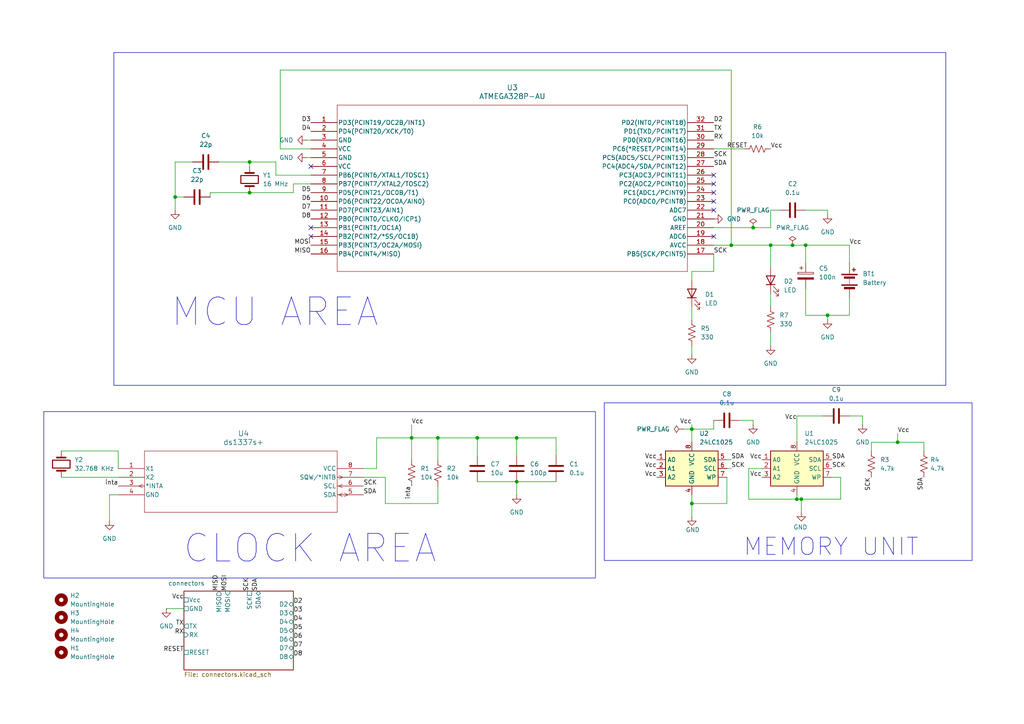
<source format=kicad_sch>
(kicad_sch (version 20231120) (generator "eeschema") (generator_version "8.0")
  (paper "A4")
  (title_block (title "MCU datalogger and clock") (date "2025-08-21") (company "sadık bal"))
  (lib_symbols
    (symbol "Atmega328p-au(MCU):ATMEGA328P-AU" (pin_names (offset 0.254))
      (property "Reference" "U3" (at 58.42 10.16 0))
      (property "Value" "ATMEGA328P-AU" (at 58.42 7.62 0))
      (symbol "ATMEGA328P-AU_0_1"
        (polyline (pts (xy 7.62 -43.18) (xy 109.22 -43.18)) (stroke (width 0.127)))
        (polyline (pts (xy 7.62 5.08) (xy 7.62 -43.18)) (stroke (width 0.127)))
        (polyline (pts (xy 109.22 -43.18) (xy 109.22 5.08)) (stroke (width 0.127)))
        (polyline (pts (xy 109.22 5.08) (xy 7.62 5.08)) (stroke (width 0.127)))
        (pin bidirectional line (at 0 0 0) (length 7.62) (name "PD3(PCINT19/OC2B/INT1)") (number "1"))
        (pin bidirectional line (at 0 -22.86 0) (length 7.62) (name "PD6(PCINT22/OC0A/AIN0)") (number "10"))
        (pin input line (at 0 -25.4 0) (length 7.62) (name "PD7(PCINT23/AIN1)") (number "11"))
        (pin bidirectional line (at 0 -27.94 0) (length 7.62) (name "PB0(PCINT0/CLKO/ICP1)") (number "12"))
        (pin bidirectional line (at 0 -30.48 0) (length 7.62) (name "PB1(PCINT1/OC1A)") (number "13"))
        (pin bidirectional line (at 0 -33.02 0) (length 7.62) (name "PB2(PCINT2/*SS/OC1B)") (number "14"))
        (pin bidirectional line (at 0 -35.56 0) (length 7.62) (name "PB3(PCINT3/OC2A/MOSI)") (number "15"))
        (pin bidirectional line (at 0 -38.1 0) (length 7.62) (name "PB4(PCINT4/MISO)") (number "16"))
        (pin bidirectional line (at 116.84 -38.1 180) (length 7.62) (name "PB5(SCK/PCINT5)") (number "17"))
        (pin power_in line (at 116.84 -35.56 180) (length 7.62) (name "AVCC") (number "18"))
        (pin unspecified line (at 116.84 -33.02 180) (length 7.62) (name "ADC6") (number "19"))
        (pin bidirectional line (at 0 -2.54 0) (length 7.62) (name "PD4(PCINT20/XCK/T0)") (number "2"))
        (pin power_in line (at 116.84 -30.48 180) (length 7.62) (name "AREF") (number "20"))
        (pin unspecified line (at 116.84 -25.4 180) (length 7.62) (name "ADC7") (number "22"))
        (pin bidirectional line (at 116.84 -22.86 180) (length 7.62) (name "PC0(ADC0/PCINT8)") (number "23"))
        (pin bidirectional line (at 116.84 -20.32 180) (length 7.62) (name "PC1(ADC1/PCINT9)") (number "24"))
        (pin bidirectional line (at 116.84 -17.78 180) (length 7.62) (name "PC2(ADC2/PCINT10)") (number "25"))
        (pin bidirectional line (at 116.84 -15.24 180) (length 7.62) (name "PC3(ADC3/PCINT11)") (number "26"))
        (pin bidirectional line (at 116.84 -12.7 180) (length 7.62) (name "PC4(ADC4/SDA/PCINT12)") (number "27"))
        (pin bidirectional line (at 116.84 -10.16 180) (length 7.62) (name "PC5(ADC5/SCL/PCINT13)") (number "28"))
        (pin bidirectional line (at 116.84 -7.62 180) (length 7.62) (name "PC6(*RESET/PCINT14)") (number "29"))
        (pin bidirectional line (at 116.84 -5.08 180) (length 7.62) (name "PD0(RXD/PCINT16)") (number "30"))
        (pin bidirectional line (at 116.84 -2.54 180) (length 7.62) (name "PD1(TXD/PCINT17)") (number "31"))
        (pin bidirectional line (at 116.84 0 180) (length 7.62) (name "PD2(INT0/PCINT18)") (number "32"))
        (pin power_in line (at 0 -7.62 0) (length 7.62) (name "VCC") (number "4"))
        (pin power_in line (at 0 -12.7 0) (length 7.62) (name "VCC") (number "6"))
        (pin bidirectional line (at 0 -15.24 0) (length 7.62) (name "PB6(PCINT6/XTAL1/TOSC1)") (number "7"))
        (pin bidirectional line (at 0 -17.78 0) (length 7.62) (name "PB7(PCINT7/XTAL2/TOSC2)") (number "8"))
        (pin bidirectional line (at 0 -20.32 0) (length 7.62) (name "PD5(PCINT21/OC0B/T1)") (number "9"))
      )
      (symbol "ATMEGA328P-AU_1_1"
        (pin passive line (at 116.84 -27.94 180) (length 7.62) (name "GND") (number "21"))
        (pin passive line (at 0 -5.08 0) (length 7.62) (name "GND") (number "3"))
        (pin passive line (at 0 -10.16 0) (length 7.62) (name "GND") (number "5"))
      )
    )
    (symbol "Device:Battery" (pin_numbers hide) (pin_names (offset 0) hide)
      (property "Reference" "BT" (at 2.54 2.54 0))
      (property "Value" "Battery" (at 2.54 0 0))
      (symbol "Battery_0_1"
        (rectangle (start -2.286 -1.27) (end 2.286 -1.524) (fill (type outline)))
        (rectangle (start -2.286 1.778) (end 2.286 1.524) (fill (type outline)))
        (rectangle (start -1.524 -2.032) (end 1.524 -2.54) (fill (type outline)))
        (rectangle (start -1.524 1.016) (end 1.524 0.508) (fill (type outline)))
        (polyline (pts (xy 0 -1.016) (xy 0 -0.762)))
        (polyline (pts (xy 0 -0.508) (xy 0 -0.254)))
        (polyline (pts (xy 0 0) (xy 0 0.254)))
        (polyline (pts (xy 0 1.778) (xy 0 2.54)))
        (polyline (pts (xy 0.762 3.048) (xy 1.778 3.048)) (stroke (width 0.254)))
        (polyline (pts (xy 1.27 3.556) (xy 1.27 2.54)) (stroke (width 0.254)))
      )
      (symbol "Battery_1_1"
        (pin passive line (at 0 5.08 270) (length 2.54) (name "+") (number "1"))
        (pin passive line (at 0 -5.08 90) (length 2.54) (name "-") (number "2"))
      )
    )
    (symbol "Device:C" (pin_numbers hide) (pin_names (offset 0.254))
      (property "Reference" "C" (at 0.635 2.54 0))
      (property "Value" "C" (at 0.635 -2.54 0))
      (symbol "C_0_1"
        (polyline (pts (xy -2.032 -0.762) (xy 2.032 -0.762)) (stroke (width 0.508)))
        (polyline (pts (xy -2.032 0.762) (xy 2.032 0.762)) (stroke (width 0.508)))
      )
      (symbol "C_1_1"
        (pin passive line (at 0 3.81 270) (length 2.794) (name "~") (number "1"))
        (pin passive line (at 0 -3.81 90) (length 2.794) (name "~") (number "2"))
      )
    )
    (symbol "Device:C_Polarized" (pin_numbers hide) (pin_names (offset 0.254))
      (property "Reference" "C" (at 0.635 2.54 0))
      (property "Value" "C_Polarized" (at 0.635 -2.54 0))
      (symbol "C_Polarized_0_1"
        (rectangle (start -2.286 0.508) (end 2.286 1.016))
        (polyline (pts (xy -1.778 2.286) (xy -0.762 2.286)))
        (polyline (pts (xy -1.27 2.794) (xy -1.27 1.778)))
        (rectangle (start 2.286 -0.508) (end -2.286 -1.016) (fill (type outline)))
      )
      (symbol "C_Polarized_1_1"
        (pin passive line (at 0 3.81 270) (length 2.794) (name "~") (number "1"))
        (pin passive line (at 0 -3.81 90) (length 2.794) (name "~") (number "2"))
      )
    )
    (symbol "Device:Crystal" (pin_numbers hide) (pin_names (offset 1.016) hide)
      (property "Reference" "Y" (at 0 3.81 0))
      (property "Value" "Crystal" (at 0 -3.81 0))
      (symbol "Crystal_0_1"
        (rectangle (start -1.143 2.54) (end 1.143 -2.54) (stroke (width 0.3048)))
        (polyline (pts (xy -2.54 0) (xy -1.905 0)))
        (polyline (pts (xy -1.905 -1.27) (xy -1.905 1.27)) (stroke (width 0.508)))
        (polyline (pts (xy 1.905 -1.27) (xy 1.905 1.27)) (stroke (width 0.508)))
        (polyline (pts (xy 2.54 0) (xy 1.905 0)))
      )
      (symbol "Crystal_1_1"
        (pin passive line (at -3.81 0 0) (length 1.27) (name "1") (number "1"))
        (pin passive line (at 3.81 0 180) (length 1.27) (name "2") (number "2"))
      )
    )
    (symbol "Device:LED" (pin_numbers hide) (pin_names (offset 1.016) hide)
      (property "Reference" "D" (at 0 2.54 0))
      (property "Value" "LED" (at 0 -2.54 0))
      (symbol "LED_0_1"
        (polyline (pts (xy -1.27 -1.27) (xy -1.27 1.27)) (stroke (width 0.254)))
        (polyline (pts (xy -1.27 0) (xy 1.27 0)))
        (polyline (pts (xy 1.27 -1.27) (xy 1.27 1.27) (xy -1.27 0) (xy 1.27 -1.27)) (stroke (width 0.254)))
        (polyline (pts (xy -3.048 -0.762) (xy -4.572 -2.286) (xy -3.81 -2.286) (xy -4.572 -2.286) (xy -4.572 -1.524)))
        (polyline (pts (xy -1.778 -0.762) (xy -3.302 -2.286) (xy -2.54 -2.286) (xy -3.302 -2.286) (xy -3.302 -1.524)))
      )
      (symbol "LED_1_1"
        (pin passive line (at -3.81 0 0) (length 2.54) (name "K") (number "1"))
        (pin passive line (at 3.81 0 180) (length 2.54) (name "A") (number "2"))
      )
    )
    (symbol "Device:R_US" (pin_numbers hide) (pin_names (offset 0))
      (property "Reference" "R" (at 2.54 0 90))
      (property "Value" "R_US" (at -2.54 0 90))
      (symbol "R_US_0_1"
        (polyline (pts (xy 0 -2.286) (xy 0 -2.54)))
        (polyline (pts (xy 0 2.286) (xy 0 2.54)))
        (polyline (pts (xy 0 -0.762) (xy 1.016 -1.143) (xy 0 -1.524) (xy -1.016 -1.905) (xy 0 -2.286)))
        (polyline (pts (xy 0 0.762) (xy 1.016 0.381) (xy 0 0) (xy -1.016 -0.381) (xy 0 -0.762)))
        (polyline (pts (xy 0 2.286) (xy 1.016 1.905) (xy 0 1.524) (xy -1.016 1.143) (xy 0 0.762)))
      )
      (symbol "R_US_1_1"
        (pin passive line (at 0 3.81 270) (length 1.27) (name "~") (number "1"))
        (pin passive line (at 0 -3.81 90) (length 1.27) (name "~") (number "2"))
      )
    )
    (symbol "Mechanical:MountingHole" (pin_names (offset 1.016)) (exclude_from_sim yes) (in_bom no)
      (property "Reference" "H" (at 0 5.08 0))
      (property "Value" "MountingHole" (at 0 3.175 0))
      (symbol "MountingHole_0_1"
        (circle (center 0 0) (radius 1.27) (stroke (width 1.27)))
      )
    )
    (symbol "Memory_EEPROM:24LC1025"
      (property "Reference" "U" (at -6.35 6.35 0))
      (property "Value" "24LC1025" (at 1.27 6.35 0))
      (symbol "24LC1025_1_1"
        (rectangle (start -7.62 5.08) (end 7.62 -5.08) (stroke (width 0.254)) (fill (type background)))
        (pin input line (at -10.16 2.54 0) (length 2.54) (name "A0") (number "1"))
        (pin input line (at -10.16 0 0) (length 2.54) (name "A1") (number "2"))
        (pin input line (at -10.16 -2.54 0) (length 2.54) (name "A2") (number "3"))
        (pin power_in line (at 0 -7.62 90) (length 2.54) (name "GND") (number "4"))
        (pin bidirectional line (at 10.16 2.54 180) (length 2.54) (name "SDA") (number "5"))
        (pin input line (at 10.16 0 180) (length 2.54) (name "SCL") (number "6"))
        (pin input line (at 10.16 -2.54 180) (length 2.54) (name "WP") (number "7"))
        (pin power_in line (at 0 7.62 270) (length 2.54) (name "VCC") (number "8"))
      )
    )
    (symbol "ds1337s(clock):ds1337s+" (pin_names (offset 0.254))
      (property "Reference" "U4" (at 36.341 10.16 0))
      (property "Value" "ds1337s+" (at 36.341 7.62 0))
      (symbol "ds1337s+_0_1"
        (polyline (pts (xy 7.0993 -5.6007) (xy 6.0579 -5.08)) (stroke (width 0.127)))
        (polyline (pts (xy 7.0993 -4.5593) (xy 6.0579 -5.08)) (stroke (width 0.127)))
        (polyline (pts (xy 7.62 -12.7) (xy 63.5 -12.7)) (stroke (width 0.127)))
        (polyline (pts (xy 7.62 5.08) (xy 7.62 -12.7)) (stroke (width 0.127)))
        (polyline (pts (xy 63.5 -12.7) (xy 63.5 5.08)) (stroke (width 0.127)))
        (polyline (pts (xy 63.5 5.08) (xy 7.62 5.08)) (stroke (width 0.127)))
        (polyline (pts (xy 64.0207 -7.62) (xy 65.0621 -8.1407)) (stroke (width 0.127)))
        (polyline (pts (xy 64.0207 -7.62) (xy 65.0621 -7.0993)) (stroke (width 0.127)))
        (polyline (pts (xy 64.0207 -5.08) (xy 65.0621 -5.6007)) (stroke (width 0.127)))
        (polyline (pts (xy 64.0207 -5.08) (xy 65.0621 -4.5593)) (stroke (width 0.127)))
        (polyline (pts (xy 64.0207 -3.0607) (xy 65.0621 -2.54)) (stroke (width 0.127)))
        (polyline (pts (xy 64.0207 -2.0193) (xy 65.0621 -2.54)) (stroke (width 0.127)))
        (polyline (pts (xy 65.5828 -8.1407) (xy 66.6242 -7.62)) (stroke (width 0.127)))
        (polyline (pts (xy 65.5828 -7.0993) (xy 66.6242 -7.62)) (stroke (width 0.127)))
        (pin unspecified line (at 0 0 0) (length 7.62) (name "X1") (number "1"))
        (pin unspecified line (at 0 -2.54 0) (length 7.62) (name "X2") (number "2"))
        (pin output line (at 0 -5.08 0) (length 7.62) (name "*INTA") (number "3"))
        (pin bidirectional line (at 71.12 -7.62 180) (length 7.62) (name "SDA") (number "5"))
        (pin input line (at 71.12 -5.08 180) (length 7.62) (name "SCL") (number "6"))
        (pin output line (at 71.12 -2.54 180) (length 7.62) (name "SQW/*INTB") (number "7"))
        (pin power_in line (at 71.12 0 180) (length 7.62) (name "VCC") (number "8"))
      )
      (symbol "ds1337s+_1_1"
        (pin passive line (at 0 -7.62 0) (length 7.62) (name "GND") (number "4"))
      )
    )
    (symbol "power:GND" (power) (pin_numbers hide) (pin_names (offset 0) hide)
      (property "Value" "GND" (at 0 -3.81 0))
      (symbol "GND_0_1"
        (polyline (pts (xy 0 0) (xy 0 -1.27) (xy 1.27 -1.27) (xy 0 -2.54) (xy -1.27 -1.27) (xy 0 -1.27)))
      )
      (symbol "GND_1_1"
        (pin power_in line (at 0 0 270) (length 0) (name "~") (number "1"))
      )
    )
    (symbol "power:PWR_FLAG" (power) (pin_numbers hide) (pin_names (offset 0) hide)
      (property "Value" "PWR_FLAG" (at 0 3.81 0))
      (symbol "PWR_FLAG_0_0"
        (pin power_out line (at 0 0 90) (length 0) (name "~") (number "1"))
      )
      (symbol "PWR_FLAG_0_1"
        (polyline (pts (xy 0 0) (xy 0 1.27) (xy -1.016 1.905) (xy 0 2.54) (xy 1.016 1.905) (xy 0 1.27)))
      )
    )
  )
  (junction (at 233.68 71.12))
  (junction (at 223.52 71.12))
  (junction (at 240.03 91.44))
  (junction (at 138.43 127))
  (junction (at 229.87 71.12))
  (junction (at 149.86 139.7))
  (junction (at 149.86 127))
  (junction (at 212.09 71.12))
  (junction (at 231.14 144.78))
  (junction (at 218.44 66.04))
  (junction (at 127 127))
  (junction (at 50.8 57.15))
  (junction (at 72.39 55.88))
  (junction (at 200.66 146.05))
  (junction (at 200.66 124.46))
  (junction (at 260.35 128.27))
  (junction (at 119.38 127))
  (junction (at 232.41 144.78))
  (junction (at 72.39 46.99))
  (no_connect (at 207.01 50.8))
  (no_connect (at 207.01 58.42))
  (no_connect (at 207.01 68.58))
  (no_connect (at 207.01 60.96))
  (no_connect (at 90.17 66.04))
  (no_connect (at 90.17 68.58))
  (no_connect (at 207.01 53.34))
  (no_connect (at 207.01 55.88))
  (no_connect (at 90.17 48.26))
  (wire (pts (xy 90.17 50.8) (xy 80.01 50.8)))
  (wire (pts (xy 220.98 135.89) (xy 217.17 135.89)))
  (wire (pts (xy 233.68 71.12) (xy 246.38 71.12)))
  (wire (pts (xy 50.8 57.15) (xy 53.34 57.15)))
  (wire (pts (xy 200.66 143.51) (xy 200.66 146.05)))
  (wire (pts (xy 207.01 78.74) (xy 200.66 78.74)))
  (wire (pts (xy 233.68 91.44) (xy 240.03 91.44)))
  (wire (pts (xy 81.28 43.18) (xy 81.28 20.32)))
  (wire (pts (xy 241.3 138.43) (xy 243.84 138.43)))
  (wire (pts (xy 55.88 46.99) (xy 50.8 46.99)))
  (wire (pts (xy 90.17 53.34) (xy 85.09 53.34)))
  (wire (pts (xy 217.17 144.78) (xy 231.14 144.78)))
  (wire (pts (xy 149.86 139.7) (xy 149.86 143.51)))
  (wire (pts (xy 218.44 121.92) (xy 218.44 123.19)))
  (wire (pts (xy 48.26 176.53) (xy 53.34 176.53)))
  (wire (pts (xy 127 127) (xy 138.43 127)))
  (wire (pts (xy 200.66 78.74) (xy 200.66 81.28)))
  (wire (pts (xy 63.5 46.99) (xy 72.39 46.99)))
  (wire (pts (xy 240.03 60.96) (xy 240.03 62.23)))
  (wire (pts (xy 31.75 143.51) (xy 34.29 143.51)))
  (wire (pts (xy 88.9 40.64) (xy 90.17 40.64)))
  (wire (pts (xy 72.39 55.88) (xy 85.09 55.88)))
  (wire (pts (xy 72.39 55.88) (xy 60.96 55.88)))
  (wire (pts (xy 207.01 124.46) (xy 207.01 121.92)))
  (wire (pts (xy 149.86 132.08) (xy 149.86 127)))
  (wire (pts (xy 223.52 96.52) (xy 223.52 100.33)))
  (wire (pts (xy 207.01 66.04) (xy 218.44 66.04)))
  (wire (pts (xy 105.41 135.89) (xy 109.22 135.89)))
  (wire (pts (xy 149.86 127) (xy 138.43 127)))
  (wire (pts (xy 50.8 57.15) (xy 50.8 60.96)))
  (wire (pts (xy 90.17 43.18) (xy 81.28 43.18)))
  (wire (pts (xy 243.84 144.78) (xy 232.41 144.78)))
  (wire (pts (xy 119.38 127) (xy 119.38 133.35)))
  (wire (pts (xy 214.63 121.92) (xy 218.44 121.92)))
  (wire (pts (xy 50.8 46.99) (xy 50.8 57.15)))
  (wire (pts (xy 223.52 85.09) (xy 223.52 88.9)))
  (wire (pts (xy 127 146.05) (xy 111.76 146.05)))
  (wire (pts (xy 223.52 71.12) (xy 229.87 71.12)))
  (wire (pts (xy 267.97 128.27) (xy 267.97 130.81)))
  (wire (pts (xy 111.76 138.43) (xy 105.41 138.43)))
  (wire (pts (xy 260.35 125.73) (xy 260.35 128.27)))
  (wire (pts (xy 223.52 66.04) (xy 223.52 60.96)))
  (wire (pts (xy 127 127) (xy 127 133.35)))
  (wire (pts (xy 109.22 127) (xy 119.38 127)))
  (wire (pts (xy 218.44 66.04) (xy 223.52 66.04)))
  (wire (pts (xy 161.29 127) (xy 149.86 127)))
  (wire (pts (xy 34.29 135.89) (xy 34.29 130.81)))
  (wire (pts (xy 85.09 53.34) (xy 85.09 55.88)))
  (wire (pts (xy 252.73 128.27) (xy 260.35 128.27)))
  (wire (pts (xy 223.52 71.12) (xy 223.52 77.47)))
  (wire (pts (xy 149.86 139.7) (xy 161.29 139.7)))
  (wire (pts (xy 200.66 124.46) (xy 200.66 128.27)))
  (wire (pts (xy 231.14 120.65) (xy 231.14 128.27)))
  (wire (pts (xy 198.12 124.46) (xy 200.66 124.46)))
  (wire (pts (xy 246.38 86.36) (xy 246.38 91.44)))
  (wire (pts (xy 223.52 60.96) (xy 226.06 60.96)))
  (wire (pts (xy 232.41 144.78) (xy 231.14 144.78)))
  (wire (pts (xy 233.68 60.96) (xy 240.03 60.96)))
  (wire (pts (xy 72.39 46.99) (xy 72.39 48.26)))
  (wire (pts (xy 210.82 135.89) (xy 212.09 135.89)))
  (wire (pts (xy 207.01 43.18) (xy 215.9 43.18)))
  (wire (pts (xy 88.9 45.72) (xy 90.17 45.72)))
  (wire (pts (xy 60.96 55.88) (xy 60.96 57.15)))
  (wire (pts (xy 200.66 100.33) (xy 200.66 102.87)))
  (wire (pts (xy 229.87 71.12) (xy 233.68 71.12)))
  (wire (pts (xy 34.29 130.81) (xy 17.78 130.81)))
  (wire (pts (xy 246.38 91.44) (xy 240.03 91.44)))
  (wire (pts (xy 200.66 123.19) (xy 200.66 124.46)))
  (wire (pts (xy 138.43 127) (xy 138.43 132.08)))
  (wire (pts (xy 200.66 124.46) (xy 207.01 124.46)))
  (wire (pts (xy 80.01 46.99) (xy 72.39 46.99)))
  (wire (pts (xy 252.73 128.27) (xy 252.73 130.81)))
  (wire (pts (xy 31.75 151.13) (xy 31.75 143.51)))
  (wire (pts (xy 238.76 120.65) (xy 231.14 120.65)))
  (wire (pts (xy 80.01 50.8) (xy 80.01 46.99)))
  (wire (pts (xy 200.66 88.9) (xy 200.66 92.71)))
  (wire (pts (xy 250.19 123.19) (xy 250.19 120.65)))
  (wire (pts (xy 246.38 71.12) (xy 246.38 76.2)))
  (wire (pts (xy 161.29 132.08) (xy 161.29 127)))
  (wire (pts (xy 243.84 138.43) (xy 243.84 144.78)))
  (wire (pts (xy 119.38 123.19) (xy 119.38 127)))
  (wire (pts (xy 217.17 135.89) (xy 217.17 144.78)))
  (wire (pts (xy 212.09 71.12) (xy 223.52 71.12)))
  (wire (pts (xy 233.68 83.82) (xy 233.68 91.44)))
  (wire (pts (xy 207.01 73.66) (xy 207.01 78.74)))
  (wire (pts (xy 240.03 92.71) (xy 240.03 91.44)))
  (wire (pts (xy 119.38 127) (xy 127 127)))
  (wire (pts (xy 210.82 133.35) (xy 212.09 133.35)))
  (wire (pts (xy 212.09 20.32) (xy 212.09 71.12)))
  (wire (pts (xy 109.22 135.89) (xy 109.22 127)))
  (wire (pts (xy 231.14 143.51) (xy 231.14 144.78)))
  (wire (pts (xy 232.41 148.59) (xy 232.41 144.78)))
  (wire (pts (xy 250.19 120.65) (xy 246.38 120.65)))
  (wire (pts (xy 200.66 149.86) (xy 200.66 146.05)))
  (wire (pts (xy 233.68 71.12) (xy 233.68 76.2)))
  (wire (pts (xy 138.43 139.7) (xy 149.86 139.7)))
  (wire (pts (xy 210.82 146.05) (xy 200.66 146.05)))
  (wire (pts (xy 260.35 128.27) (xy 267.97 128.27)))
  (wire (pts (xy 207.01 71.12) (xy 212.09 71.12)))
  (wire (pts (xy 127 140.97) (xy 127 146.05)))
  (wire (pts (xy 81.28 20.32) (xy 212.09 20.32)))
  (wire (pts (xy 111.76 146.05) (xy 111.76 138.43)))
  (wire (pts (xy 210.82 138.43) (xy 210.82 146.05)))
  (wire (pts (xy 17.78 138.43) (xy 34.29 138.43)))
  (rectangle (start 175.26 116.84) (end 281.94 162.56))
  (rectangle (start 33.02 15.24) (end 274.32 111.76))
  (rectangle (start 12.7 119.38) (end 172.72 167.64))
  (text "MCU AREA" (at 79.756 90.678 0) (effects (font (size 8 8))))
  (text "MEMORY UNIT" (at 241.046 158.75 0) (effects (font (size 5 5))))
  (text "CLOCK AREA" (at 89.916 159.258 0) (effects (font (size 8 8))))
  (label "MOSI" (at 66.04 171.45 90))
  (label "D5" (at 90.17 55.88 180))
  (label "TX" (at 53.34 181.61 180))
  (label "D3" (at 90.17 35.56 180))
  (label "MOSI" (at 90.17 71.12 180))
  (label "SDA" (at 105.41 143.51 0))
  (label "D4" (at 90.17 38.1 180))
  (label "inta" (at 119.38 140.97 270))
  (label "SCK" (at 212.09 135.89 0))
  (label "Vcc" (at 223.52 43.18 0))
  (label "SCK" (at 105.41 140.97 0))
  (label "Vcc" (at 190.5 135.89 180))
  (label "Vcc" (at 200.66 123.19 180))
  (label "D7" (at 90.17 60.96 180))
  (label "D6" (at 85.09 185.42 0))
  (label "Vcc" (at 260.35 125.73 0))
  (label "RX" (at 53.34 184.15 180))
  (label "D6" (at 90.17 58.42 180))
  (label "Vcc" (at 119.38 123.19 0))
  (label "MISO" (at 90.17 73.66 180))
  (label "D7" (at 85.09 187.96 0))
  (label "Vcc" (at 190.5 133.35 180))
  (label "D4" (at 85.09 180.34 0))
  (label "D3" (at 85.09 177.8 0))
  (label "D2" (at 207.01 35.56 0))
  (label "SDA" (at 241.3 133.35 0))
  (label "RESET" (at 210.82 43.18 0))
  (label "SCK" (at 207.01 73.66 0))
  (label "Vcc" (at 220.98 138.43 180))
  (label "Vcc" (at 231.14 121.92 180))
  (label "Vcc" (at 190.5 138.43 180))
  (label "D5" (at 85.09 182.88 0))
  (label "SCK" (at 241.3 135.89 0))
  (label "SCK" (at 72.39 171.45 90))
  (label "D8" (at 90.17 63.5 180))
  (label "inta" (at 34.29 140.97 180))
  (label "RESET" (at 53.34 189.23 180))
  (label "RX" (at 207.01 40.64 0))
  (label "SCK" (at 207.01 45.72 0))
  (label "SDA" (at 267.97 138.43 270))
  (label "Vcc" (at 246.38 71.12 0))
  (label "Vcc" (at 53.34 173.99 180))
  (label "D8" (at 85.09 190.5 0))
  (label "SDA" (at 212.09 133.35 0))
  (label "MISO" (at 63.5 171.45 90))
  (label "D2" (at 85.09 175.26 0))
  (label "SDA" (at 207.01 48.26 0))
  (label "SDA" (at 74.93 171.45 90))
  (label "Vcc" (at 220.98 133.35 180))
  (label "SCK" (at 252.73 138.43 270))
  (label "TX" (at 207.01 38.1 0))
  (symbol (lib_id "power:GND") (at 240.03 62.23 0) (unit 1)
    (property "Reference" "#PWR012" (effects (hide yes)))
    (property "Value" "GND" (at 240.03 67.31 0))
    (property "Description" "Power symbol creates a global label with name \"GND\" , ground" (effects (hide yes)))
  )
  (symbol (lib_id "Device:LED") (at 223.52 81.28 90) (unit 1)
    (property "Reference" "D2" (at 227.33 81.5974 90) (effects (justify right)))
    (property "Value" "LED" (at 227.33 84.1374 90) (effects (justify right)))
    (property "Footprint" "LED_SMD:LED_0805_2012Metric" (effects (hide yes)))
    (property "Description" "Light emitting diode" (effects (hide yes)))
  )
  (symbol (lib_id "Device:R_US") (at 252.73 134.62 0) (unit 1)
    (property "Reference" "R3" (at 255.27 133.3499 0) (effects (justify left)))
    (property "Value" "4.7k" (at 255.27 135.8899 0) (effects (justify left)))
    (property "Footprint" "Resistor_SMD:R_0805_2012Metric" (effects (hide yes)))
    (property "Description" "Resistor, US symbol" (effects (hide yes)))
  )
  (symbol (lib_id "Device:Crystal") (at 17.78 134.62 90) (unit 1)
    (property "Reference" "Y2" (at 21.59 133.3499 90) (effects (justify right)))
    (property "Value" "32.768 KHz" (at 21.59 135.8899 90) (effects (justify right)))
    (property "Footprint" "Crystal:Crystal_SMD_5032-2Pin_5.0x3.2mm_HandSoldering" (effects (hide yes)))
    (property "Description" "Two pin crystal" (effects (hide yes)))
  )
  (symbol (lib_id "Device:C") (at 149.86 135.89 0) (unit 1)
    (property "Reference" "C6" (at 153.67 134.6199 0) (effects (justify left)))
    (property "Value" "100p" (at 153.67 137.1599 0) (effects (justify left)))
    (property "Footprint" "Capacitor_SMD:C_0805_2012Metric" (effects (hide yes)))
    (property "Description" "Unpolarized capacitor" (effects (hide yes)))
  )
  (symbol (lib_id "Mechanical:MountingHole") (at 17.78 179.07 0) (unit 1) (exclude_from_sim yes) (in_bom no)
    (property "Reference" "H3" (at 20.32 177.7999 0) (effects (justify left)))
    (property "Value" "MountingHole" (at 20.32 180.3399 0) (effects (justify left)))
    (property "Footprint" "MountingHole:MountingHole_2.1mm" (effects (hide yes)))
    (property "Description" "Mounting Hole without connection" (effects (hide yes)))
  )
  (symbol (lib_id "Device:LED") (at 200.66 85.09 90) (unit 1)
    (property "Reference" "D1" (at 204.47 85.4074 90) (effects (justify right)))
    (property "Value" "LED" (at 204.47 87.9474 90) (effects (justify right)))
    (property "Footprint" "LED_SMD:LED_0805_2012Metric" (effects (hide yes)))
    (property "Description" "Light emitting diode" (effects (hide yes)))
  )
  (symbol (lib_id "Device:C") (at 161.29 135.89 0) (unit 1)
    (property "Reference" "C1" (at 165.1 134.6199 0) (effects (justify left)))
    (property "Value" "0.1u" (at 165.1 137.1599 0) (effects (justify left)))
    (property "Footprint" "Capacitor_SMD:C_0805_2012Metric" (effects (hide yes)))
    (property "Description" "Unpolarized capacitor" (effects (hide yes)))
  )
  (symbol (lib_id "Device:R_US") (at 127 137.16 0) (unit 1)
    (property "Reference" "R2" (at 129.54 135.8899 0) (effects (justify left)))
    (property "Value" "10k" (at 129.54 138.4299 0) (effects (justify left)))
    (property "Footprint" "Resistor_SMD:R_0805_2012Metric" (effects (hide yes)))
    (property "Description" "Resistor, US symbol" (effects (hide yes)))
  )
  (symbol (lib_id "power:GND") (at 149.86 143.51 0) (unit 1)
    (property "Reference" "#PWR02" (effects (hide yes)))
    (property "Value" "GND" (at 149.86 148.59 0))
    (property "Description" "Power symbol creates a global label with name \"GND\" , ground" (effects (hide yes)))
  )
  (symbol (lib_id "power:GND") (at 48.26 176.53 0) (unit 1)
    (property "Reference" "#PWR015" (effects (hide yes)))
    (property "Value" "GND" (at 48.26 181.61 0))
    (property "Description" "Power symbol creates a global label with name \"GND\" , ground" (effects (hide yes)))
  )
  (symbol (lib_id "Device:C_Polarized") (at 233.68 80.01 0) (unit 1)
    (property "Reference" "C5" (at 237.49 77.8509 0) (effects (justify left)))
    (property "Value" "100n" (at 237.49 80.3909 0) (effects (justify left)))
    (property "Footprint" "Capacitor_SMD:C_0805_2012Metric" (effects (hide yes)))
    (property "Description" "Polarized capacitor" (effects (hide yes)))
  )
  (symbol (lib_id "Atmega328p-au(MCU):ATMEGA328P-AU") (at 90.17 35.56 0) (unit 1)
    (property "Reference" "U3" (at 148.59 25.4 0) (effects (font (size 1.524 1.524))))
    (property "Value" "ATMEGA328P-AU" (at 148.59 27.94 0) (effects (font (size 1.524 1.524))))
    (property "Footprint" "ul_ATMEGA328P-AU:TQFP32_32A_MCH" (effects (hide yes)))
    (property "Datasheet" "ATMEGA328P-AU" (effects (hide yes)))
  )
  (symbol (lib_id "power:GND") (at 200.66 102.87 0) (unit 1)
    (property "Reference" "#PWR011" (effects (hide yes)))
    (property "Value" "GND" (at 200.66 107.95 0))
    (property "Description" "Power symbol creates a global label with name \"GND\" , ground" (effects (hide yes)))
  )
  (symbol (lib_id "power:PWR_FLAG") (at 218.44 66.04 0) (unit 1)
    (property "Reference" "#FLG03" (effects (hide yes)))
    (property "Value" "PWR_FLAG" (at 218.44 60.96 0))
    (property "Description" "Special symbol for telling ERC where power comes from" (effects (hide yes)))
  )
  (symbol (lib_id "Mechanical:MountingHole") (at 17.78 184.15 0) (unit 1) (exclude_from_sim yes) (in_bom no)
    (property "Reference" "H4" (at 20.32 182.8799 0) (effects (justify left)))
    (property "Value" "MountingHole" (at 20.32 185.4199 0) (effects (justify left)))
    (property "Footprint" "MountingHole:MountingHole_2.1mm" (effects (hide yes)))
    (property "Description" "Mounting Hole without connection" (effects (hide yes)))
  )
  (symbol (lib_id "power:GND") (at 31.75 151.13 0) (unit 1)
    (property "Reference" "#PWR01" (effects (hide yes)))
    (property "Value" "GND" (at 31.75 156.21 0))
    (property "Description" "Power symbol creates a global label with name \"GND\" , ground" (effects (hide yes)))
  )
  (symbol (lib_id "power:GND") (at 240.03 92.71 0) (unit 1)
    (property "Reference" "#PWR05" (effects (hide yes)))
    (property "Value" "GND" (at 240.03 97.79 0))
    (property "Description" "Power symbol creates a global label with name \"GND\" , ground" (effects (hide yes)))
  )
  (symbol (lib_id "Device:R_US") (at 119.38 137.16 0) (unit 1)
    (property "Reference" "R1" (at 121.92 135.8899 0) (effects (justify left)))
    (property "Value" "10k" (at 121.92 138.4299 0) (effects (justify left)))
    (property "Footprint" "Resistor_SMD:R_0805_2012Metric" (effects (hide yes)))
    (property "Description" "Resistor, US symbol" (effects (hide yes)))
  )
  (symbol (lib_id "ds1337s(clock):ds1337s+") (at 34.29 135.89 0) (unit 1)
    (property "Reference" "U4" (at 70.631 125.73 0) (effects (font (size 1.524 1.524))))
    (property "Value" "ds1337s+" (at 70.631 128.27 0) (effects (font (size 1.524 1.524))))
    (property "Footprint" "ul_ds1337s-:21-0041B_8_MXM" (effects (hide yes)))
    (property "Datasheet" "ds1337s+" (effects (hide yes)))
  )
  (symbol (lib_id "Memory_EEPROM:24LC1025") (at 231.14 135.89 0) (unit 1)
    (property "Reference" "U1" (at 233.3341 125.73 0) (effects (justify left)))
    (property "Value" "24LC1025" (at 233.3341 128.27 0) (effects (justify left)))
    (property "Footprint" "Package_SO:SOIC-8_3.9x4.9mm_P1.27mm" (effects (hide yes)))
    (property "Datasheet" "http://ww1.microchip.com/downloads/en/DeviceDoc/21941B.pdf" (effects (hide yes)))
    (property "Description" "I2C Serial EEPROM, 1024Kb, DIP-8/SOIC-8/TSSOP-8/DFN-8" (effects (hide yes)))
  )
  (symbol (lib_id "power:PWR_FLAG") (at 229.87 71.12 0) (unit 1)
    (property "Reference" "#FLG01" (effects (hide yes)))
    (property "Value" "PWR_FLAG" (at 229.87 66.04 0))
    (property "Description" "Special symbol for telling ERC where power comes from" (effects (hide yes)))
  )
  (symbol (lib_id "Mechanical:MountingHole") (at 17.78 189.23 0) (unit 1) (exclude_from_sim yes) (in_bom no)
    (property "Reference" "H1" (at 20.32 187.9599 0) (effects (justify left)))
    (property "Value" "MountingHole" (at 20.32 190.4999 0) (effects (justify left)))
    (property "Footprint" "MountingHole:MountingHole_2.1mm" (effects (hide yes)))
    (property "Description" "Mounting Hole without connection" (effects (hide yes)))
  )
  (symbol (lib_id "power:PWR_FLAG") (at 198.12 124.46 90) (unit 1)
    (property "Reference" "#FLG04" (effects (hide yes)))
    (property "Value" "PWR_FLAG" (at 194.31 124.4599 90) (effects (justify left)))
    (property "Description" "Special symbol for telling ERC where power comes from" (effects (hide yes)))
  )
  (symbol (lib_id "Device:R_US") (at 223.52 92.71 0) (unit 1)
    (property "Reference" "R7" (at 226.06 91.4399 0) (effects (justify left)))
    (property "Value" "330" (at 226.06 93.9799 0) (effects (justify left)))
    (property "Footprint" "Resistor_SMD:R_0805_2012Metric" (effects (hide yes)))
    (property "Description" "Resistor, US symbol" (effects (hide yes)))
  )
  (symbol (lib_id "power:GND") (at 218.44 123.19 0) (unit 1)
    (property "Reference" "#PWR013" (effects (hide yes)))
    (property "Value" "GND" (at 218.44 128.27 0))
    (property "Description" "Power symbol creates a global label with name \"GND\" , ground" (effects (hide yes)))
  )
  (symbol (lib_id "power:GND") (at 88.9 45.72 270) (unit 1)
    (property "Reference" "#PWR08" (effects (hide yes)))
    (property "Value" "GND" (at 85.09 45.7199 90) (effects (justify right)))
    (property "Description" "Power symbol creates a global label with name \"GND\" , ground" (effects (hide yes)))
  )
  (symbol (lib_id "power:GND") (at 250.19 123.19 0) (unit 1)
    (property "Reference" "#PWR014" (effects (hide yes)))
    (property "Value" "GND" (at 250.19 128.27 0))
    (property "Description" "Power symbol creates a global label with name \"GND\" , ground" (effects (hide yes)))
  )
  (symbol (lib_id "Device:C") (at 138.43 135.89 0) (unit 1)
    (property "Reference" "C7" (at 142.24 134.6199 0) (effects (justify left)))
    (property "Value" "10u" (at 142.24 137.1599 0) (effects (justify left)))
    (property "Footprint" "Capacitor_SMD:C_0805_2012Metric" (effects (hide yes)))
    (property "Description" "Unpolarized capacitor" (effects (hide yes)))
  )
  (symbol (lib_id "Device:Crystal") (at 72.39 52.07 90) (unit 1)
    (property "Reference" "Y1" (at 76.2 50.7999 90) (effects (justify right)))
    (property "Value" "16 MHz" (at 76.2 53.3399 90) (effects (justify right)))
    (property "Footprint" "Crystal:Crystal_SMD_5032-2Pin_5.0x3.2mm_HandSoldering" (effects (hide yes)))
    (property "Description" "Two pin crystal" (effects (hide yes)))
  )
  (symbol (lib_id "Device:R_US") (at 200.66 96.52 0) (unit 1)
    (property "Reference" "R5" (at 203.2 95.2499 0) (effects (justify left)))
    (property "Value" "330" (at 203.2 97.7899 0) (effects (justify left)))
    (property "Footprint" "Resistor_SMD:R_0805_2012Metric" (effects (hide yes)))
    (property "Description" "Resistor, US symbol" (effects (hide yes)))
  )
  (symbol (lib_id "power:GND") (at 88.9 40.64 270) (unit 1)
    (property "Reference" "#PWR09" (effects (hide yes)))
    (property "Value" "GND" (at 85.09 40.6399 90) (effects (justify right)))
    (property "Description" "Power symbol creates a global label with name \"GND\" , ground" (effects (hide yes)))
  )
  (symbol (lib_id "power:GND") (at 207.01 63.5 90) (unit 1)
    (property "Reference" "#PWR07" (effects (hide yes)))
    (property "Value" "GND" (at 210.82 63.4999 90) (effects (justify right)))
    (property "Description" "Power symbol creates a global label with name \"GND\" , ground" (effects (hide yes)))
  )
  (symbol (lib_id "power:GND") (at 232.41 148.59 0) (unit 1)
    (property "Reference" "#PWR03" (effects (hide yes)))
    (property "Value" "GND" (at 232.156 152.908 0))
    (property "Description" "Power symbol creates a global label with name \"GND\" , ground" (effects (hide yes)))
  )
  (symbol (lib_id "power:GND") (at 50.8 60.96 0) (unit 1)
    (property "Reference" "#PWR010" (effects (hide yes)))
    (property "Value" "GND" (at 50.8 66.04 0))
    (property "Description" "Power symbol creates a global label with name \"GND\" , ground" (effects (hide yes)))
  )
  (symbol (lib_id "Device:Battery") (at 246.38 81.28 0) (unit 1)
    (property "Reference" "BT1" (at 250.19 79.4384 0) (effects (justify left)))
    (property "Value" "Battery" (at 250.19 81.9784 0) (effects (justify left)))
    (property "Footprint" "Connector_PinHeader_2.54mm:PinHeader_2x01_P2.54mm_Vertical" (effects (hide yes)))
    (property "Description" "Multiple-cell battery" (effects (hide yes)))
  )
  (symbol (lib_id "Device:R_US") (at 219.71 43.18 90) (unit 1)
    (property "Reference" "R6" (at 219.71 36.83 90))
    (property "Value" "10k" (at 219.71 39.37 90))
    (property "Footprint" "Resistor_SMD:R_0805_2012Metric" (effects (hide yes)))
    (property "Description" "Resistor, US symbol" (effects (hide yes)))
  )
  (symbol (lib_id "power:GND") (at 223.52 100.33 0) (unit 1)
    (property "Reference" "#PWR06" (effects (hide yes)))
    (property "Value" "GND" (at 223.52 105.41 0))
    (property "Description" "Power symbol creates a global label with name \"GND\" , ground" (effects (hide yes)))
  )
  (symbol (lib_id "Device:C") (at 210.82 121.92 90) (unit 1)
    (property "Reference" "C8" (at 210.82 114.3 90))
    (property "Value" "0.1u" (at 210.82 116.84 90))
    (property "Footprint" "Capacitor_SMD:C_0805_2012Metric" (effects (hide yes)))
    (property "Description" "Unpolarized capacitor" (effects (hide yes)))
  )
  (symbol (lib_id "Memory_EEPROM:24LC1025") (at 200.66 135.89 0) (unit 1)
    (property "Reference" "U2" (at 202.8541 125.73 0) (effects (justify left)))
    (property "Value" "24LC1025" (at 202.8541 128.27 0) (effects (justify left)))
    (property "Footprint" "Package_SO:SOIC-8_3.9x4.9mm_P1.27mm" (effects (hide yes)))
    (property "Datasheet" "http://ww1.microchip.com/downloads/en/DeviceDoc/21941B.pdf" (effects (hide yes)))
    (property "Description" "I2C Serial EEPROM, 1024Kb, DIP-8/SOIC-8/TSSOP-8/DFN-8" (effects (hide yes)))
  )
  (symbol (lib_id "Device:C") (at 57.15 57.15 270) (unit 1)
    (property "Reference" "C3" (at 57.15 49.53 90))
    (property "Value" "22p" (at 57.15 52.07 90))
    (property "Footprint" "Capacitor_SMD:C_0805_2012Metric" (effects (hide yes)))
    (property "Description" "Unpolarized capacitor" (effects (hide yes)))
  )
  (symbol (lib_id "Mechanical:MountingHole") (at 17.78 173.99 0) (unit 1) (exclude_from_sim yes) (in_bom no)
    (property "Reference" "H2" (at 20.32 172.7199 0) (effects (justify left)))
    (property "Value" "MountingHole" (at 20.32 175.2599 0) (effects (justify left)))
    (property "Footprint" "MountingHole:MountingHole_2.1mm" (effects (hide yes)))
    (property "Description" "Mounting Hole without connection" (effects (hide yes)))
  )
  (symbol (lib_id "Device:C") (at 229.87 60.96 90) (unit 1)
    (property "Reference" "C2" (at 229.87 53.34 90))
    (property "Value" "0.1u" (at 229.87 55.88 90))
    (property "Footprint" "Capacitor_SMD:C_0805_2012Metric" (effects (hide yes)))
    (property "Description" "Unpolarized capacitor" (effects (hide yes)))
  )
  (symbol (lib_id "Device:R_US") (at 267.97 134.62 0) (unit 1)
    (property "Reference" "R4" (at 269.7844 133.3499 0) (effects (justify left)))
    (property "Value" "4.7k" (at 269.7844 135.8899 0) (effects (justify left)))
    (property "Footprint" "Resistor_SMD:R_0805_2012Metric" (effects (hide yes)))
    (property "Description" "Resistor, US symbol" (effects (hide yes)))
  )
  (symbol (lib_id "Device:C") (at 59.69 46.99 90) (unit 1)
    (property "Reference" "C4" (at 59.69 39.37 90))
    (property "Value" "22p" (at 59.69 41.91 90))
    (property "Footprint" "Capacitor_SMD:C_0805_2012Metric" (effects (hide yes)))
    (property "Description" "Unpolarized capacitor" (effects (hide yes)))
  )
  (symbol (lib_id "Device:C") (at 242.57 120.65 90) (unit 1)
    (property "Reference" "C9" (at 242.57 113.03 90))
    (property "Value" "0.1u" (at 242.57 115.57 90))
    (property "Footprint" "Capacitor_SMD:C_0805_2012Metric" (effects (hide yes)))
    (property "Description" "Unpolarized capacitor" (effects (hide yes)))
  )
  (symbol (lib_id "power:GND") (at 200.66 149.86 0) (unit 1)
    (property "Reference" "#PWR04" (effects (hide yes)))
    (property "Value" "GND" (at 200.914 153.67 0))
    (property "Description" "Power symbol creates a global label with name \"GND\" , ground" (effects (hide yes)))
  )
  (sheet (at 53.34 171.45) (size 31.75 22.86) (stroke (width 0.1524))
    (property "Sheetname" "connectors" (at 48.768 169.926 0) (effects (justify left bottom)))
    (property "Sheetfile" "connectors.kicad_sch" (at 53.34 194.8946 0) (effects (justify left top)))
    (pin "SCK" passive (at 72.39 171.45 90))
    (pin "Vcc" passive (at 53.34 173.99 180))
    (pin "GND" passive (at 53.34 176.53 180))
    (pin "SDA" bidirectional (at 74.93 171.45 90))
    (pin "D3" bidirectional (at 85.09 177.8 0))
    (pin "D4" bidirectional (at 85.09 180.34 0))
    (pin "D5" bidirectional (at 85.09 182.88 0))
    (pin "D2" bidirectional (at 85.09 175.26 0))
    (pin "D6" bidirectional (at 85.09 185.42 0))
    (pin "D7" bidirectional (at 85.09 187.96 0))
    (pin "D8" bidirectional (at 85.09 190.5 0))
    (pin "RX" input (at 53.34 184.15 180))
    (pin "RESET" passive (at 53.34 189.23 180))
    (pin "TX" output (at 53.34 181.61 180))
    (pin "MOSI" input (at 66.04 171.45 90))
    (pin "MISO" output (at 63.5 171.45 90))
  )
)
</source>
